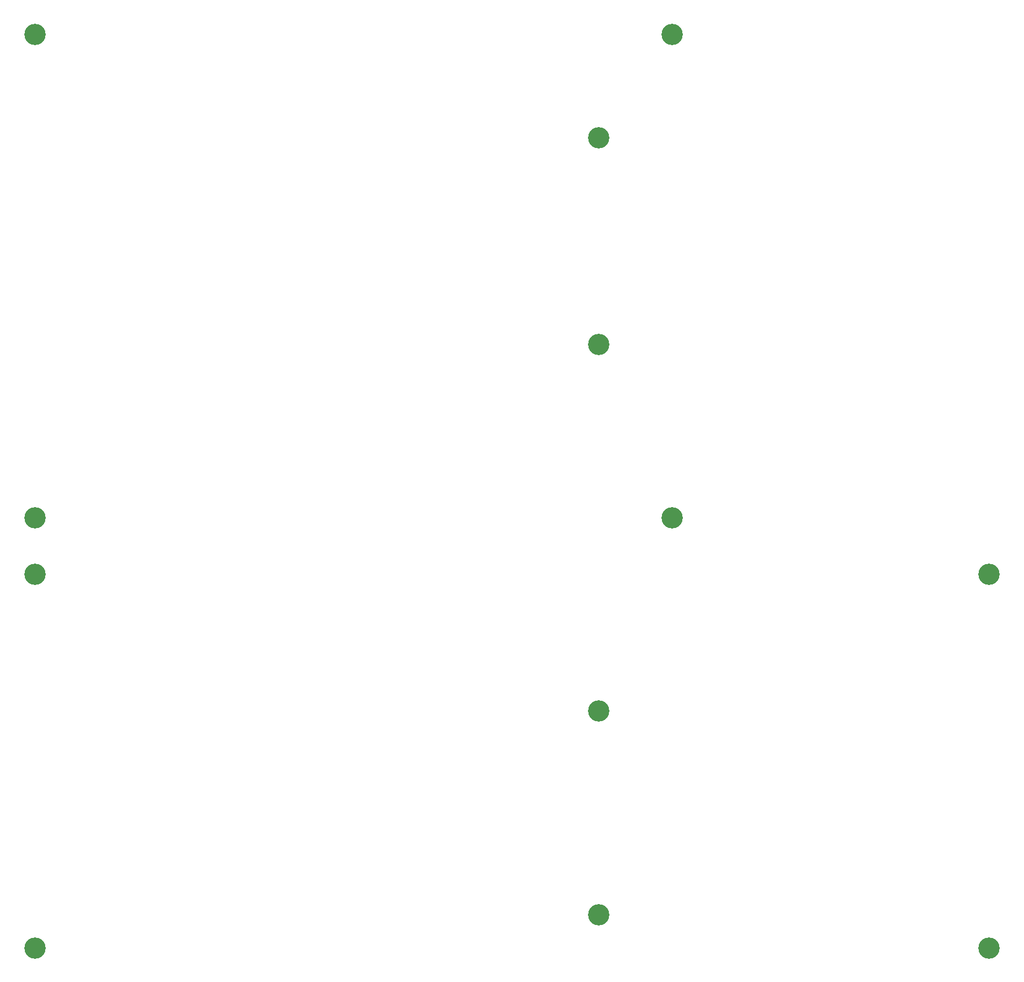
<source format=gbr>
%TF.GenerationSoftware,KiCad,Pcbnew,8.0.1*%
%TF.CreationDate,2024-04-25T15:56:44+03:00*%
%TF.ProjectId,Modul_Lcd_Butoane,4d6f6475-6c5f-44c6-9364-5f4275746f61,V1*%
%TF.SameCoordinates,Original*%
%TF.FileFunction,NonPlated,1,2,NPTH,Drill*%
%TF.FilePolarity,Positive*%
%FSLAX46Y46*%
G04 Gerber Fmt 4.6, Leading zero omitted, Abs format (unit mm)*
G04 Created by KiCad (PCBNEW 8.0.1) date 2024-04-25 15:56:44*
%MOMM*%
%LPD*%
G01*
G04 APERTURE LIST*
%TA.AperFunction,ComponentDrill*%
%ADD10C,3.200000*%
%TD*%
G04 APERTURE END LIST*
D10*
%TO.C,H12*%
X24500000Y-46000000D03*
%TO.C,H6*%
X24500000Y-118500000D03*
%TO.C,H1*%
X24500000Y-127000000D03*
%TO.C,H3*%
X24500000Y-183000000D03*
%TO.C,H13*%
X109000000Y-61500000D03*
%TO.C,H11*%
X109000000Y-92500000D03*
%TO.C,H15*%
X109000000Y-147500000D03*
%TO.C,H16*%
X109000000Y-178000000D03*
%TO.C,H14*%
X120000000Y-46000000D03*
%TO.C,H5*%
X120000000Y-118500000D03*
%TO.C,H2*%
X167500000Y-127000000D03*
%TO.C,H4*%
X167500000Y-183000000D03*
M02*

</source>
